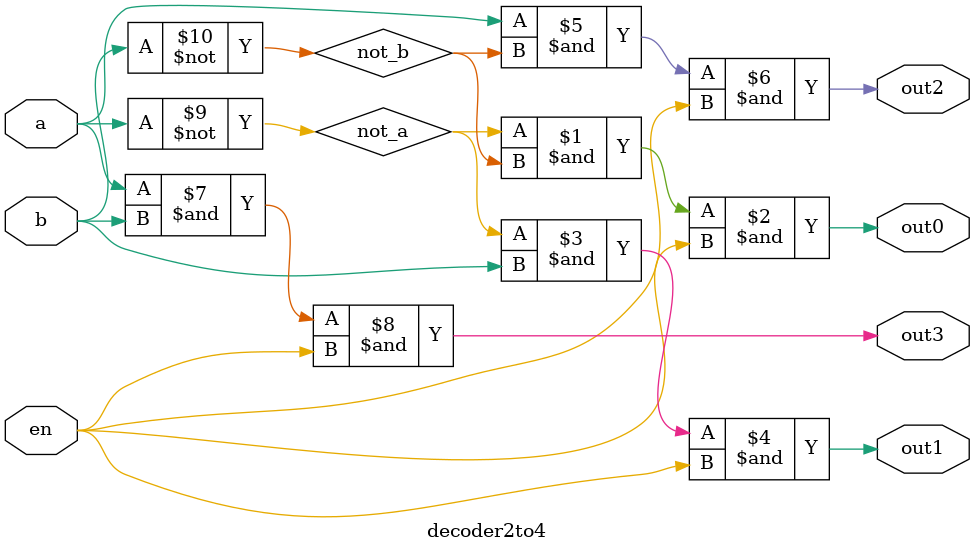
<source format=v>
module decoder2to4(
    input a, b,
    input en,
    output out0, out1, out2, out3 
);
    wire not_a, not_b;

    not n1(not_a, a);
    not n2(not_b, b);

    and(out0, not_a, not_b, en);
    and(out1, not_a, b, en);
    and(out2, a, not_b, en);
    and(out3, a, b, en);
endmodule
</source>
